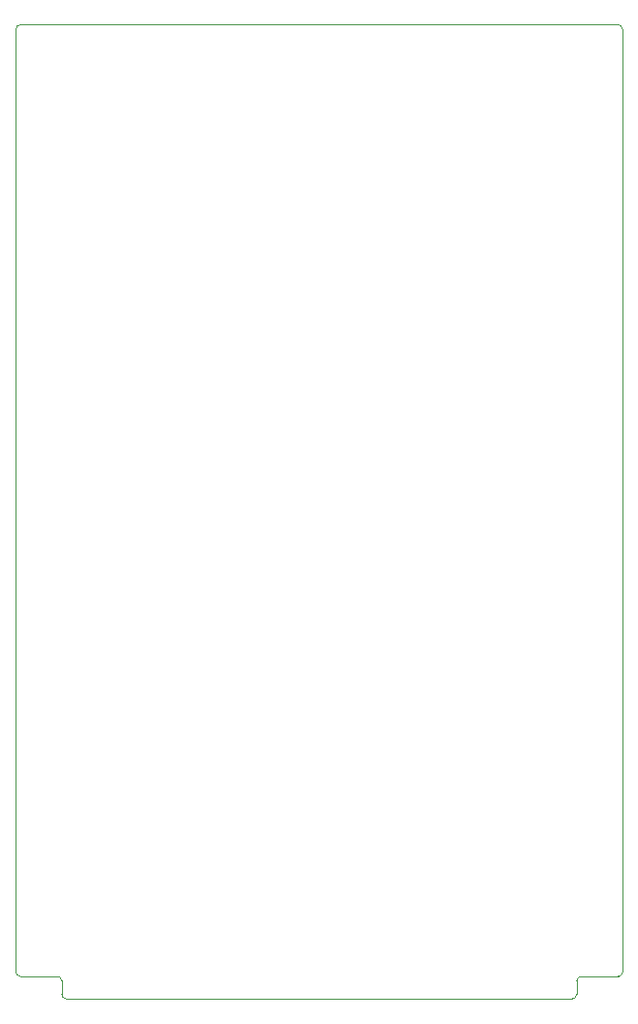
<source format=gm1>
G04*
G04 #@! TF.GenerationSoftware,Altium Limited,Altium Designer,19.1.7 (138)*
G04*
G04 Layer_Color=16711935*
%FSLAX25Y25*%
%MOIN*%
G70*
G01*
G75*
%ADD10C,0.00394*%
D10*
X208600Y332900D02*
G03*
X206800Y334700I-1800J0D01*
G01*
X1800D02*
G03*
X0Y332900I0J-1800D01*
G01*
Y9300D02*
G03*
X1500Y7800I1500J0D01*
G01*
X15748Y6291D02*
G03*
X14248Y7791I-1500J0D01*
G01*
X15748Y1752D02*
G03*
X17500Y-0I1752J0D01*
G01*
X191100D02*
G03*
X192852Y1752I0J1752D01*
G01*
X194352Y7791D02*
G03*
X192852Y6291I0J-1500D01*
G01*
X207100Y7800D02*
G03*
X208600Y9300I0J1500D01*
G01*
Y332700D02*
Y332900D01*
X1800Y334700D02*
X206800Y334700D01*
X208600Y9300D02*
X208600Y332700D01*
X1500Y7800D02*
X2100D01*
X-0Y9300D02*
X-0Y332900D01*
X2100Y7800D02*
X14248D01*
X15748Y1752D02*
Y6291D01*
X192852Y1752D02*
Y6291D01*
X194352Y7800D02*
X206500D01*
X207100D01*
X17500Y-0D02*
X191100D01*
M02*

</source>
